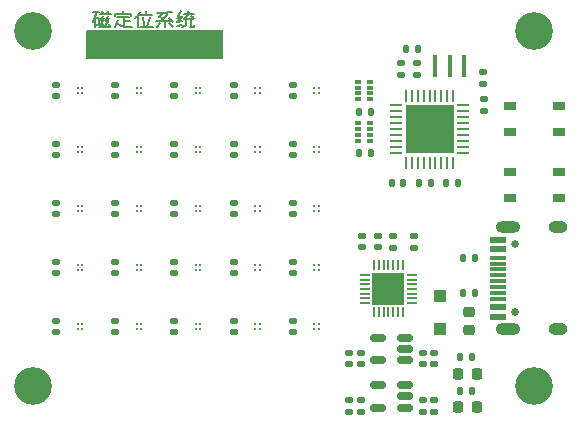
<source format=gts>
G04 #@! TF.GenerationSoftware,KiCad,Pcbnew,(7.0.0)*
G04 #@! TF.CreationDate,2024-04-08T21:26:30+08:00*
G04 #@! TF.ProjectId,LocateMagnet,4c6f6361-7465-44d6-9167-6e65742e6b69,2.0*
G04 #@! TF.SameCoordinates,Original*
G04 #@! TF.FileFunction,Soldermask,Top*
G04 #@! TF.FilePolarity,Negative*
%FSLAX46Y46*%
G04 Gerber Fmt 4.6, Leading zero omitted, Abs format (unit mm)*
G04 Created by KiCad (PCBNEW (7.0.0)) date 2024-04-08 21:26:30*
%MOMM*%
%LPD*%
G01*
G04 APERTURE LIST*
G04 Aperture macros list*
%AMRoundRect*
0 Rectangle with rounded corners*
0 $1 Rounding radius*
0 $2 $3 $4 $5 $6 $7 $8 $9 X,Y pos of 4 corners*
0 Add a 4 corners polygon primitive as box body*
4,1,4,$2,$3,$4,$5,$6,$7,$8,$9,$2,$3,0*
0 Add four circle primitives for the rounded corners*
1,1,$1+$1,$2,$3*
1,1,$1+$1,$4,$5*
1,1,$1+$1,$6,$7*
1,1,$1+$1,$8,$9*
0 Add four rect primitives between the rounded corners*
20,1,$1+$1,$2,$3,$4,$5,0*
20,1,$1+$1,$4,$5,$6,$7,0*
20,1,$1+$1,$6,$7,$8,$9,0*
20,1,$1+$1,$8,$9,$2,$3,0*%
G04 Aperture macros list end*
%ADD10C,0.150000*%
%ADD11RoundRect,0.140000X-0.170000X0.140000X-0.170000X-0.140000X0.170000X-0.140000X0.170000X0.140000X0*%
%ADD12RoundRect,0.140000X0.170000X-0.140000X0.170000X0.140000X-0.170000X0.140000X-0.170000X-0.140000X0*%
%ADD13C,0.250000*%
%ADD14R,0.400000X1.900000*%
%ADD15C,0.650000*%
%ADD16R,1.450000X0.600000*%
%ADD17R,1.450000X0.300000*%
%ADD18O,2.100000X1.000000*%
%ADD19O,1.600000X1.000000*%
%ADD20RoundRect,0.150000X0.512500X0.150000X-0.512500X0.150000X-0.512500X-0.150000X0.512500X-0.150000X0*%
%ADD21C,3.200000*%
%ADD22RoundRect,0.135000X0.135000X0.185000X-0.135000X0.185000X-0.135000X-0.185000X0.135000X-0.185000X0*%
%ADD23RoundRect,0.218750X-0.218750X-0.256250X0.218750X-0.256250X0.218750X0.256250X-0.218750X0.256250X0*%
%ADD24RoundRect,0.135000X0.185000X-0.135000X0.185000X0.135000X-0.185000X0.135000X-0.185000X-0.135000X0*%
%ADD25R,0.500000X0.320000*%
%ADD26R,1.050000X0.650000*%
%ADD27R,1.100000X1.100000*%
%ADD28RoundRect,0.135000X-0.135000X-0.185000X0.135000X-0.185000X0.135000X0.185000X-0.135000X0.185000X0*%
%ADD29RoundRect,0.062500X-0.062500X0.475000X-0.062500X-0.475000X0.062500X-0.475000X0.062500X0.475000X0*%
%ADD30RoundRect,0.062500X-0.475000X0.062500X-0.475000X-0.062500X0.475000X-0.062500X0.475000X0.062500X0*%
%ADD31R,4.100000X4.100000*%
%ADD32RoundRect,0.218750X-0.256250X0.218750X-0.256250X-0.218750X0.256250X-0.218750X0.256250X0.218750X0*%
%ADD33RoundRect,0.140000X0.140000X0.170000X-0.140000X0.170000X-0.140000X-0.170000X0.140000X-0.170000X0*%
%ADD34RoundRect,0.050000X-0.337400X-0.050000X0.337400X-0.050000X0.337400X0.050000X-0.337400X0.050000X0*%
%ADD35RoundRect,0.050000X-0.050000X-0.337400X0.050000X-0.337400X0.050000X0.337400X-0.050000X0.337400X0*%
%ADD36RoundRect,0.050200X-0.050200X-0.337200X0.050200X-0.337200X0.050200X0.337200X-0.050200X0.337200X0*%
%ADD37R,2.800000X2.800000*%
%ADD38RoundRect,0.140000X-0.140000X-0.170000X0.140000X-0.170000X0.140000X0.170000X-0.140000X0.170000X0*%
%ADD39RoundRect,0.135000X-0.185000X0.135000X-0.185000X-0.135000X0.185000X-0.135000X0.185000X0.135000X0*%
G04 APERTURE END LIST*
D10*
X80914285Y-43581714D02*
X81428571Y-43581714D01*
X81485714Y-43753142D02*
X82400000Y-43753142D01*
X81085714Y-44667428D02*
X81371428Y-44667428D01*
X81085714Y-43924571D02*
X81085714Y-44781714D01*
X81028571Y-44096000D02*
X81371428Y-44096000D01*
X81371428Y-44096000D02*
X81371428Y-44667428D01*
X81485714Y-44153142D02*
X81714285Y-44381714D01*
X81942857Y-44210285D02*
X82171428Y-44438857D01*
X81657142Y-43467428D02*
X81714285Y-43696000D01*
X82171428Y-43867428D02*
X82000000Y-44210285D01*
X82285714Y-44096000D02*
X81942857Y-44781714D01*
X81714285Y-43867428D02*
X81542857Y-44210285D01*
X81828571Y-44096000D02*
X81485714Y-44781714D01*
X82171428Y-43467428D02*
X82114285Y-43696000D01*
X81142857Y-43696000D02*
X80914285Y-44381714D01*
X81142857Y-43638857D02*
X80971428Y-44267428D01*
X81771428Y-44553142D02*
X81828571Y-44781714D01*
X81828571Y-44781714D02*
X81428571Y-44781714D01*
X82285714Y-44553142D02*
X82342857Y-44781714D01*
X82342857Y-44781714D02*
X81942857Y-44781714D01*
X82971429Y-43981714D02*
X83942857Y-43981714D01*
X83542857Y-44324571D02*
X84000000Y-44324571D01*
X82742857Y-43696000D02*
X82742857Y-43924571D01*
X83485714Y-43981714D02*
X83485714Y-44781714D01*
X82742857Y-43696000D02*
X84114286Y-43696000D01*
X84114286Y-43696000D02*
X84114286Y-43924571D01*
X83428571Y-43467428D02*
X83428571Y-43696000D01*
X83028571Y-44210285D02*
X82800000Y-44781714D01*
X82971429Y-44496000D02*
X83257143Y-44724571D01*
X83257143Y-44724571D02*
X83828571Y-44838857D01*
X83828571Y-44838857D02*
X84171429Y-44838857D01*
X84914286Y-43810285D02*
X85885715Y-43810285D01*
X84857143Y-44781714D02*
X85942858Y-44781714D01*
X84742858Y-43753142D02*
X84742858Y-44838857D01*
X85428572Y-43467428D02*
X85428572Y-43810285D01*
X85714286Y-43981714D02*
X85485715Y-44781714D01*
X85142858Y-43981714D02*
X85200000Y-44610285D01*
X84857143Y-43524571D02*
X84685715Y-43867428D01*
X84685715Y-43867428D02*
X84457143Y-44096000D01*
X86228572Y-44324571D02*
X87600001Y-44324571D01*
X86971429Y-44324571D02*
X86971429Y-44838857D01*
X87314287Y-44496000D02*
X87428572Y-44553142D01*
X87428572Y-44553142D02*
X87714287Y-44781714D01*
X87371429Y-44096000D02*
X87657144Y-44438857D01*
X86571429Y-44496000D02*
X86285715Y-44781714D01*
X87600001Y-43524571D02*
X86857144Y-43638857D01*
X86857144Y-43638857D02*
X86342858Y-43638857D01*
X86800001Y-43638857D02*
X86514287Y-43981714D01*
X86514287Y-43981714D02*
X86857144Y-44096000D01*
X87257144Y-43753142D02*
X86685715Y-44324571D01*
X88628573Y-43753142D02*
X89485716Y-43753142D01*
X88971430Y-44153142D02*
X89371430Y-44153142D01*
X88628573Y-44153142D02*
X89142858Y-44153142D01*
X89142858Y-44838857D02*
X89485716Y-44838857D01*
X89200001Y-44210285D02*
X89200001Y-44838857D01*
X89485716Y-44667428D02*
X89428573Y-44838857D01*
X89200001Y-43924571D02*
X89428573Y-44096000D01*
X88171430Y-43810285D02*
X88057144Y-44038857D01*
X88457144Y-43867428D02*
X88342858Y-44038857D01*
X88342858Y-44038857D02*
X88000001Y-44381714D01*
X89028573Y-43753142D02*
X88857144Y-43924571D01*
X88857144Y-43924571D02*
X88628573Y-44153142D01*
X88971430Y-43467428D02*
X89028573Y-43696000D01*
X88342858Y-43467428D02*
X88114287Y-43924571D01*
X88685716Y-44724571D02*
X88457144Y-44838857D01*
X88800001Y-44267428D02*
X88742858Y-44667428D01*
X88400001Y-43981714D02*
X88000001Y-44038857D01*
X88457144Y-44324571D02*
X88000001Y-44381714D01*
X88457144Y-44610285D02*
X88000001Y-44724571D01*
D11*
X109800000Y-76420000D03*
X109800000Y-77380000D03*
D12*
X97800000Y-50680000D03*
X97800000Y-49720000D03*
D13*
X99600000Y-65000000D03*
X100000000Y-65000000D03*
X99600000Y-65400000D03*
X100000000Y-65400000D03*
D12*
X87800000Y-65680000D03*
X87800000Y-64720000D03*
D14*
X109899999Y-48162499D03*
X111099999Y-48162499D03*
X112299999Y-48162499D03*
D12*
X87800000Y-60680000D03*
X87800000Y-59720000D03*
D15*
X116600000Y-68990000D03*
X116600000Y-63210000D03*
D16*
X115154999Y-69349999D03*
X115154999Y-68549999D03*
D17*
X115154999Y-67349999D03*
X115154999Y-66349999D03*
X115154999Y-65849999D03*
X115154999Y-64849999D03*
D16*
X115154999Y-63649999D03*
X115154999Y-62849999D03*
X115154999Y-62849999D03*
X115154999Y-63649999D03*
D17*
X115154999Y-64349999D03*
X115154999Y-65349999D03*
X115154999Y-66849999D03*
X115154999Y-67849999D03*
D16*
X115154999Y-68549999D03*
X115154999Y-69349999D03*
D18*
X116069999Y-70419999D03*
D19*
X120249999Y-70419999D03*
D18*
X116069999Y-61779999D03*
D19*
X120249999Y-61779999D03*
D13*
X89600000Y-50000000D03*
X90000000Y-50000000D03*
X89600000Y-50400000D03*
X90000000Y-50400000D03*
D12*
X82800000Y-50680000D03*
X82800000Y-49720000D03*
X103600000Y-73380000D03*
X103600000Y-72420000D03*
D13*
X84600000Y-70000000D03*
X85000000Y-70000000D03*
X84600000Y-70400000D03*
X85000000Y-70400000D03*
D20*
X107337500Y-77050000D03*
X107337500Y-76100000D03*
X107337500Y-75150000D03*
X105062500Y-75150000D03*
X105062500Y-77050000D03*
D21*
X75800000Y-75200000D03*
D13*
X89600000Y-70000000D03*
X90000000Y-70000000D03*
X89600000Y-70400000D03*
X90000000Y-70400000D03*
X99600000Y-70000000D03*
X100000000Y-70000000D03*
X99600000Y-70400000D03*
X100000000Y-70400000D03*
X94600000Y-50000000D03*
X95000000Y-50000000D03*
X94600000Y-50400000D03*
X95000000Y-50400000D03*
D12*
X77800000Y-50680000D03*
X77800000Y-49720000D03*
X102600000Y-77380000D03*
X102600000Y-76420000D03*
D22*
X104435000Y-55475000D03*
X103415000Y-55475000D03*
D23*
X111812500Y-77000000D03*
X113387500Y-77000000D03*
D24*
X108300000Y-48872500D03*
X108300000Y-47852500D03*
D12*
X103600000Y-77380000D03*
X103600000Y-76420000D03*
D21*
X118200000Y-45200000D03*
D25*
X103349999Y-49449999D03*
X103349999Y-49949999D03*
X103349999Y-50449999D03*
X103349999Y-50949999D03*
X104349999Y-50949999D03*
X104349999Y-50449999D03*
X104349999Y-49949999D03*
X104349999Y-49449999D03*
D13*
X99600000Y-60000000D03*
X100000000Y-60000000D03*
X99600000Y-60400000D03*
X100000000Y-60400000D03*
X89600000Y-60000000D03*
X90000000Y-60000000D03*
X89600000Y-60400000D03*
X90000000Y-60400000D03*
X79600000Y-50000000D03*
X80000000Y-50000000D03*
X79600000Y-50400000D03*
X80000000Y-50400000D03*
D22*
X113210000Y-67300000D03*
X112190000Y-67300000D03*
D12*
X82800000Y-60680000D03*
X82800000Y-59720000D03*
D22*
X104435000Y-51975000D03*
X103415000Y-51975000D03*
D26*
X120374999Y-53674999D03*
X116224999Y-53674999D03*
X120374999Y-51524999D03*
X116249999Y-51524999D03*
D21*
X75800000Y-45200000D03*
D13*
X84600000Y-60000000D03*
X85000000Y-60000000D03*
X84600000Y-60400000D03*
X85000000Y-60400000D03*
D27*
X110299999Y-70399999D03*
X110299999Y-67599999D03*
D28*
X111990000Y-75600000D03*
X113010000Y-75600000D03*
D12*
X77800000Y-65680000D03*
X77800000Y-64720000D03*
D29*
X111400000Y-50625000D03*
X110900000Y-50625000D03*
X110400000Y-50625000D03*
X109900000Y-50625000D03*
X109400000Y-50625000D03*
X108900000Y-50625000D03*
X108400000Y-50625000D03*
X107900000Y-50625000D03*
X107400000Y-50625000D03*
D30*
X106562500Y-51462500D03*
X106562500Y-51962500D03*
X106562500Y-52462500D03*
X106562500Y-52962500D03*
X106562500Y-53462500D03*
X106562500Y-53962500D03*
X106562500Y-54462500D03*
X106562500Y-54962500D03*
X106562500Y-55462500D03*
D29*
X107400000Y-56300000D03*
X107900000Y-56300000D03*
X108400000Y-56300000D03*
X108900000Y-56300000D03*
X109400000Y-56300000D03*
X109900000Y-56300000D03*
X110400000Y-56300000D03*
X110900000Y-56300000D03*
X111400000Y-56300000D03*
D30*
X112237500Y-55462500D03*
X112237500Y-54962500D03*
X112237500Y-54462500D03*
X112237500Y-53962500D03*
X112237500Y-53462500D03*
X112237500Y-52962500D03*
X112237500Y-52462500D03*
X112237500Y-51962500D03*
X112237500Y-51462500D03*
D31*
X109399999Y-53462499D03*
D13*
X89600000Y-65000000D03*
X90000000Y-65000000D03*
X89600000Y-65400000D03*
X90000000Y-65400000D03*
X94600000Y-70000000D03*
X95000000Y-70000000D03*
X94600000Y-70400000D03*
X95000000Y-70400000D03*
X79600000Y-65000000D03*
X80000000Y-65000000D03*
X79600000Y-65400000D03*
X80000000Y-65400000D03*
X79600000Y-60000000D03*
X80000000Y-60000000D03*
X79600000Y-60400000D03*
X80000000Y-60400000D03*
D12*
X103700000Y-63470000D03*
X103700000Y-62510000D03*
D22*
X113210000Y-64400000D03*
X112190000Y-64400000D03*
D13*
X79600000Y-55000000D03*
X80000000Y-55000000D03*
X79600000Y-55400000D03*
X80000000Y-55400000D03*
D21*
X118200000Y-75200000D03*
D12*
X87800000Y-50680000D03*
X87800000Y-49720000D03*
D24*
X108100000Y-63510000D03*
X108100000Y-62490000D03*
D12*
X82800000Y-55680000D03*
X82800000Y-54720000D03*
D25*
X103349999Y-52974999D03*
X103349999Y-53474999D03*
X103349999Y-53974999D03*
X103349999Y-54474999D03*
X104349999Y-54474999D03*
X104349999Y-53974999D03*
X104349999Y-53474999D03*
X104349999Y-52974999D03*
D12*
X109800000Y-73380000D03*
X109800000Y-72420000D03*
D13*
X94600000Y-65000000D03*
X95000000Y-65000000D03*
X94600000Y-65400000D03*
X95000000Y-65400000D03*
D24*
X113975000Y-51960000D03*
X113975000Y-50940000D03*
D20*
X107337500Y-73050000D03*
X107337500Y-72100000D03*
X107337500Y-71150000D03*
X105062500Y-71150000D03*
X105062500Y-73050000D03*
D12*
X87800000Y-55680000D03*
X87800000Y-54720000D03*
X87800000Y-70680000D03*
X87800000Y-69720000D03*
D28*
X111990000Y-72800000D03*
X113010000Y-72800000D03*
D32*
X112700000Y-68912500D03*
X112700000Y-70487500D03*
D12*
X97800000Y-70680000D03*
X97800000Y-69720000D03*
D13*
X84600000Y-55000000D03*
X85000000Y-55000000D03*
X84600000Y-55400000D03*
X85000000Y-55400000D03*
D12*
X92800000Y-65680000D03*
X92800000Y-64720000D03*
D13*
X94600000Y-60000000D03*
X95000000Y-60000000D03*
X94600000Y-60400000D03*
X95000000Y-60400000D03*
D12*
X82800000Y-70680000D03*
X82800000Y-69720000D03*
D33*
X108380000Y-46662500D03*
X107420000Y-46662500D03*
D34*
X103924800Y-65800000D03*
X103924800Y-66200000D03*
X103924800Y-66600000D03*
X103924800Y-67000000D03*
X103924800Y-67400000D03*
X103924800Y-67800000D03*
X103924800Y-68200000D03*
D35*
X104712400Y-68987600D03*
X105112400Y-68987600D03*
X105512400Y-68987600D03*
D36*
X105913600Y-68987600D03*
D35*
X106312400Y-68987600D03*
X106712400Y-68987600D03*
X107112400Y-68987600D03*
D34*
X107900000Y-68200000D03*
X107900000Y-67800000D03*
X107900000Y-67400000D03*
X107900000Y-67000000D03*
X107900000Y-66600000D03*
X107900000Y-66200000D03*
X107900000Y-65800000D03*
D35*
X107112400Y-65012400D03*
X106712400Y-65012400D03*
X106312400Y-65012400D03*
X105912400Y-65012400D03*
X105512400Y-65012400D03*
X105112400Y-65012400D03*
X104712400Y-65012400D03*
D37*
X105912399Y-66999999D03*
D12*
X77800000Y-55680000D03*
X77800000Y-54720000D03*
X102600000Y-73380000D03*
X102600000Y-72420000D03*
X107000000Y-48842500D03*
X107000000Y-47882500D03*
D13*
X84600000Y-65000000D03*
X85000000Y-65000000D03*
X84600000Y-65400000D03*
X85000000Y-65400000D03*
D12*
X82800000Y-65680000D03*
X82800000Y-64720000D03*
X105000000Y-63470000D03*
X105000000Y-62510000D03*
X77800000Y-70680000D03*
X77800000Y-69720000D03*
D13*
X79600000Y-70000000D03*
X80000000Y-70000000D03*
X79600000Y-70400000D03*
X80000000Y-70400000D03*
D12*
X92800000Y-55680000D03*
X92800000Y-54720000D03*
X92800000Y-50680000D03*
X92800000Y-49720000D03*
D26*
X116224999Y-57124999D03*
X120374999Y-57124999D03*
X116224999Y-59274999D03*
X120349999Y-59274999D03*
D12*
X92800000Y-60680000D03*
X92800000Y-59720000D03*
D38*
X108520000Y-58032500D03*
X109480000Y-58032500D03*
D33*
X111780000Y-58062500D03*
X110820000Y-58062500D03*
X107180000Y-58062500D03*
X106220000Y-58062500D03*
D12*
X97800000Y-65680000D03*
X97800000Y-64720000D03*
D13*
X99600000Y-55000000D03*
X100000000Y-55000000D03*
X99600000Y-55400000D03*
X100000000Y-55400000D03*
D39*
X106300000Y-62480000D03*
X106300000Y-63500000D03*
D13*
X89600000Y-55000000D03*
X90000000Y-55000000D03*
X89600000Y-55400000D03*
X90000000Y-55400000D03*
D12*
X77800000Y-60680000D03*
X77800000Y-59720000D03*
X97800000Y-60680000D03*
X97800000Y-59720000D03*
D13*
X84600000Y-50000000D03*
X85000000Y-50000000D03*
X84600000Y-50400000D03*
X85000000Y-50400000D03*
D12*
X97800000Y-55680000D03*
X97800000Y-54720000D03*
D11*
X108800000Y-76420000D03*
X108800000Y-77380000D03*
D23*
X111812500Y-74200000D03*
X113387500Y-74200000D03*
D13*
X94600000Y-55000000D03*
X95000000Y-55000000D03*
X94600000Y-55400000D03*
X95000000Y-55400000D03*
D12*
X92800000Y-70680000D03*
X92800000Y-69720000D03*
X108800000Y-73380000D03*
X108800000Y-72420000D03*
D13*
X99600000Y-50000000D03*
X100000000Y-50000000D03*
X99600000Y-50400000D03*
X100000000Y-50400000D03*
D12*
X113950000Y-49630000D03*
X113950000Y-48670000D03*
G36*
X91838000Y-45066613D02*
G01*
X91883387Y-45112000D01*
X91900000Y-45174000D01*
X91900000Y-47426000D01*
X91883387Y-47488000D01*
X91838000Y-47533387D01*
X91776000Y-47550000D01*
X80474000Y-47550000D01*
X80412000Y-47533387D01*
X80366613Y-47488000D01*
X80350000Y-47426000D01*
X80350000Y-45174000D01*
X80366613Y-45112000D01*
X80412000Y-45066613D01*
X80474000Y-45050000D01*
X91776000Y-45050000D01*
X91838000Y-45066613D01*
G37*
M02*

</source>
